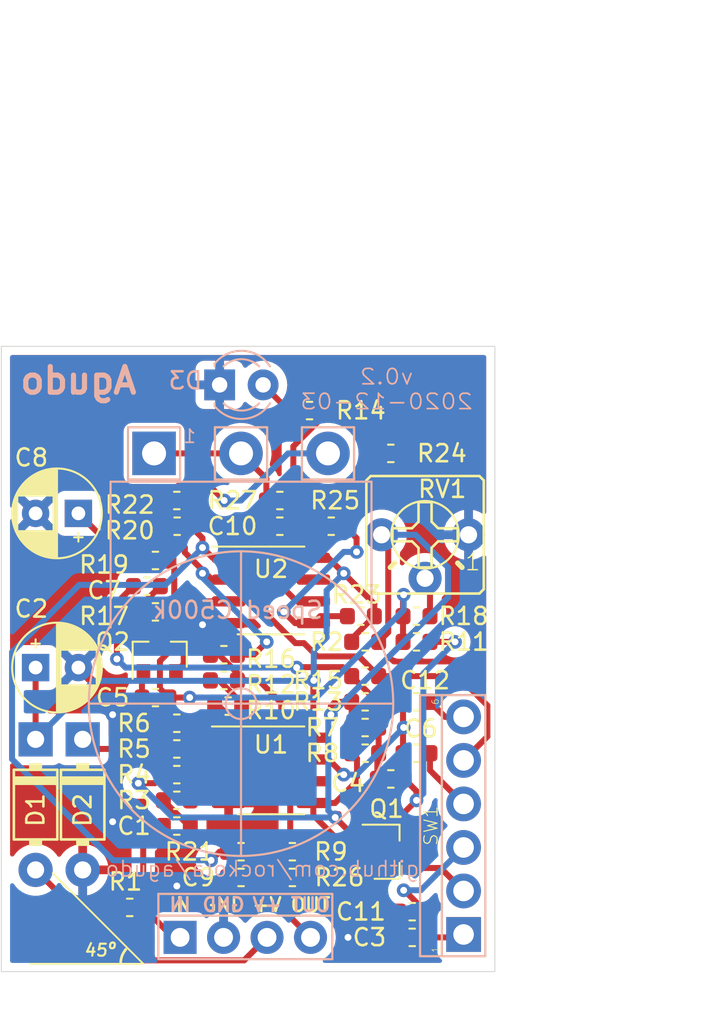
<source format=kicad_pcb>
(kicad_pcb (version 20201116) (generator pcbnew)
  (layers (0 "F.Cu" signal) (31 "B.Cu" signal) (34 "B.Paste" user) (35 "F.Paste" user) (36 "B.SilkS" user "B.Silkscreen") (37 "F.SilkS" user "F.Silkscreen") (38 "B.Mask" user) (39 "F.Mask" user) (44 "Edge.Cuts" user))
  (property "DATE" "2020-12-03")
  (property "REVISION" "v0.2")
  (property "TITLE" "Agudo")
  (property "URL" "github.com/rockola/agudo")
  (net 0 "")
  (net 1 "Net-(C1-Pad2)")
  (net 2 "IN")
  (net 3 "GND")
  (net 4 "+9V")
  (net 5 "Net-(C3-Pad2)")
  (net 6 "VCC")
  (net 7 "Net-(C4-Pad2)")
  (net 8 "Net-(C4-Pad1)")
  (net 9 "Net-(C5-Pad2)")
  (net 10 "Net-(C5-Pad1)")
  (net 11 "Net-(C6-Pad2)")
  (net 12 "U1A_OUT")
  (net 13 "Net-(C7-Pad2)")
  (net 14 "Net-(C7-Pad1)")
  (net 15 "U1B_OUT")
  (net 16 "OUT")
  (net 17 "Net-(R19-Pad2)")
  (net 18 "Net-(C10-Pad2)")
  (net 19 "Net-(C10-Pad1)")
  (net 20 "Net-(R21-Pad2)")
  (net 21 "Net-(R14-Pad2)")
  (net 22 "Net-(R3-Pad2)")
  (net 23 "Net-(R5-Pad1)")
  (net 24 "Net-(R10-Pad2)")
  (net 25 "Net-(R16-Pad2)")
  (net 26 "Net-(R18-Pad2)")
  (net 27 "Net-(R20-Pad2)")
  (net 28 "Net-(R23-Pad2)")
  (net 29 "Net-(R27-Pad2)")
  (net 30 "Net-(SW1-Pad3)")
  (net 31 "Net-(SW1-Pad6)")
  (net 32 "U1B_IN")
  (net 33 "U2A_IN")
  (footprint "Resistor_SMD:R_0603_1608Metric" (layer "F.Cu") (at 80 117.75 180)
    (fp_text reference "R13" (at 2.75 0) (layer "F.SilkS"))
    (fp_text value "10k")
    (pad "1" smd roundrect (at -0.7875 0 180) (size 0.875 0.95) (layers "F.Cu" "F.Paste" "F.Mask") (net 14 "Net-(C7-Pad1)"))
    (pad "2" smd roundrect (at 0.7875 0 180) (size 0.875 0.95) (layers "F.Cu" "F.Paste" "F.Mask") (net 10 "Net-(C5-Pad1)"))
  )
  (footprint "Resistor_SMD:R_0603_1608Metric" (layer "F.Cu") (at 83 112.75)
    (fp_text reference "R18" (at 2.75 0 180) (layer "F.SilkS"))
    (fp_text value "1M")
    (pad "1" smd roundrect (at -0.7875 0) (size 0.875 0.95) (layers "F.Cu" "F.Paste" "F.Mask") (net 9 "Net-(C5-Pad2)"))
    (pad "2" smd roundrect (at 0.7875 0) (size 0.875 0.95) (layers "F.Cu" "F.Paste" "F.Mask") (net 26 "Net-(R18-Pad2)"))
  )
  (footprint "Resistor_SMD:R_0603_1608Metric" (layer "F.Cu") (at 69 120.5 180)
    (fp_text reference "R5" (at 2.5 0 180) (layer "F.SilkS"))
    (fp_text value "20k")
    (pad "1" smd roundrect (at -0.7875 0 180) (size 0.875 0.95) (layers "F.Cu" "F.Paste" "F.Mask") (net 23 "Net-(R5-Pad1)"))
    (pad "2" smd roundrect (at 0.7875 0 180) (size 0.875 0.95) (layers "F.Cu" "F.Paste" "F.Mask") (net 10 "Net-(C5-Pad1)"))
  )
  (footprint "Resistor_SMD:R_0603_1608Metric" (layer "F.Cu") (at 69 106)
    (fp_text reference "R22" (at -2.75 0.25 180) (layer "F.SilkS"))
    (fp_text value "150k")
    (pad "1" smd roundrect (at -0.7875 0) (size 0.875 0.95) (layers "F.Cu" "F.Paste" "F.Mask") (net 17 "Net-(R19-Pad2)"))
    (pad "2" smd roundrect (at 0.7875 0) (size 0.875 0.95) (layers "F.Cu" "F.Paste" "F.Mask") (net 19 "Net-(C10-Pad1)"))
  )
  (footprint "rockola_kicad_footprints:CP_D5.0_P2.50" (layer "F.Cu") (at 60.75 115.75)
    (fp_text reference "C2" (at -0.25 -3.429 180) (layer "F.SilkS"))
    (fp_text value "10u")
    (pad "1" thru_hole rect (at 0 0) (size 1.6 1.6) (drill 0.8) (layers *.Cu *.Mask) (net 6 "VCC"))
    (pad "2" thru_hole circle (at 2.5 0) (size 1.6 1.6) (drill 0.8) (layers *.Cu *.Mask) (net 3 "GND"))
  )
  (footprint "Resistor_SMD:R_0603_1608Metric" (layer "F.Cu") (at 72.75 126.5)
    (fp_text reference "R21" (at -3 0) (layer "F.SilkS"))
    (fp_text value "10k")
    (pad "1" smd roundrect (at -0.7875 0) (size 0.875 0.95) (layers "F.Cu" "F.Paste" "F.Mask") (net 27 "Net-(R20-Pad2)"))
    (pad "2" smd roundrect (at 0.7875 0) (size 0.875 0.95) (layers "F.Cu" "F.Paste" "F.Mask") (net 20 "Net-(R21-Pad2)"))
  )
  (footprint "Capacitor_SMD:C_0603_1608Metric" (layer "F.Cu") (at 67.75 117.5)
    (fp_text reference "C5" (at -2.5 0) (layer "F.SilkS"))
    (fp_text value "47n")
    (pad "1" smd roundrect (at -0.7875 0) (size 0.875 0.95) (layers "F.Cu" "F.Paste" "F.Mask") (net 10 "Net-(C5-Pad1)"))
    (pad "2" smd roundrect (at 0.7875 0) (size 0.875 0.95) (layers "F.Cu" "F.Paste" "F.Mask") (net 9 "Net-(C5-Pad2)"))
  )
  (footprint "Capacitor_SMD:C_0603_1608Metric" (layer "F.Cu") (at 82.75 131.5)
    (fp_text reference "C3" (at -2.5 0) (layer "F.SilkS"))
    (fp_text value "47n")
    (pad "1" smd roundrect (at -0.7875 0) (size 0.875 0.95) (layers "F.Cu" "F.Paste" "F.Mask") (net 12 "U1A_OUT"))
    (pad "2" smd roundrect (at 0.7875 0) (size 0.875 0.95) (layers "F.Cu" "F.Paste" "F.Mask") (net 5 "Net-(C3-Pad2)"))
  )
  (footprint "Capacitor_SMD:C_0603_1608Metric" (layer "F.Cu") (at 83 117.75)
    (fp_text reference "C12" (at 0.5 -1.25) (layer "F.SilkS"))
    (fp_text value "100n")
    (pad "1" smd roundrect (at -0.7875 0) (size 0.875 0.95) (layers "F.Cu" "F.Paste" "F.Mask") (net 15 "U1B_OUT"))
    (pad "2" smd roundrect (at 0.7875 0) (size 0.875 0.95) (layers "F.Cu" "F.Paste" "F.Mask") (net 31 "Net-(SW1-Pad6)"))
  )
  (footprint "Resistor_SMD:R_0603_1608Metric" (layer "F.Cu") (at 80 116.25)
    (fp_text reference "R15" (at -2.75 0.25) (layer "F.SilkS"))
    (fp_text value "10k")
    (pad "1" smd roundrect (at -0.7875 0) (size 0.875 0.95) (layers "F.Cu" "F.Paste" "F.Mask") (net 14 "Net-(C7-Pad1)"))
    (pad "2" smd roundrect (at 0.7875 0) (size 0.875 0.95) (layers "F.Cu" "F.Paste" "F.Mask") (net 33 "U2A_IN"))
  )
  (footprint "Capacitor_SMD:C_0603_1608Metric" (layer "F.Cu") (at 75.01875 107.5)
    (fp_text reference "C10" (at -2.76875 0 180) (layer "F.SilkS"))
    (fp_text value "10n")
    (pad "1" smd roundrect (at -0.7875 0) (size 0.875 0.95) (layers "F.Cu" "F.Paste" "F.Mask") (net 19 "Net-(C10-Pad1)"))
    (pad "2" smd roundrect (at 0.7875 0) (size 0.875 0.95) (layers "F.Cu" "F.Paste" "F.Mask") (net 18 "Net-(C10-Pad2)"))
  )
  (footprint "Resistor_SMD:R_0603_1608Metric" (layer "F.Cu") (at 67.75 109.5 180)
    (fp_text reference "R19" (at 3 -0.25) (layer "F.SilkS"))
    (fp_text value "3M9")
    (pad "1" smd roundrect (at -0.7875 0 180) (size 0.875 0.95) (layers "F.Cu" "F.Paste" "F.Mask") (net 9 "Net-(C5-Pad2)"))
    (pad "2" smd roundrect (at 0.7875 0 180) (size 0.875 0.95) (layers "F.Cu" "F.Paste" "F.Mask") (net 17 "Net-(R19-Pad2)"))
  )
  (footprint "Resistor_SMD:R_0603_1608Metric" (layer "F.Cu") (at 75.01875 106 180)
    (fp_text reference "R27" (at 2.76875 0 180) (layer "F.SilkS"))
    (fp_text value "7k5")
    (pad "1" smd roundrect (at -0.7875 0 180) (size 0.875 0.95) (layers "F.Cu" "F.Paste" "F.Mask") (net 18 "Net-(C10-Pad2)"))
    (pad "2" smd roundrect (at 0.7875 0 180) (size 0.875 0.95) (layers "F.Cu" "F.Paste" "F.Mask") (net 29 "Net-(R27-Pad2)"))
  )
  (footprint "Capacitor_SMD:C_0603_1608Metric" (layer "F.Cu") (at 83 120.75)
    (fp_text reference "C6" (at 0.25 -1.43) (layer "F.SilkS"))
    (fp_text value "47n")
    (pad "1" smd roundrect (at -0.7875 0) (size 0.875 0.95) (layers "F.Cu" "F.Paste" "F.Mask") (net 15 "U1B_OUT"))
    (pad "2" smd roundrect (at 0.7875 0) (size 0.875 0.95) (layers "F.Cu" "F.Paste" "F.Mask") (net 11 "Net-(C6-Pad2)"))
  )
  (footprint "Resistor_SMD:R_0603_1608Metric" (layer "F.Cu") (at 69.01875 107.5)
    (fp_text reference "R20" (at -2.76875 0.25 180) (layer "F.SilkS"))
    (fp_text value "10k")
    (pad "1" smd roundrect (at -0.7875 0) (size 0.875 0.95) (layers "F.Cu" "F.Paste" "F.Mask") (net 25 "Net-(R16-Pad2)"))
    (pad "2" smd roundrect (at 0.7875 0) (size 0.875 0.95) (layers "F.Cu" "F.Paste" "F.Mask") (net 27 "Net-(R20-Pad2)"))
  )
  (footprint "Package_SO:SOIC-8_3.9x4.9mm_P1.27mm" (layer "F.Cu") (at 74.5 111.25)
    (fp_text reference "U2" (at 0 -1.25) (layer "F.SilkS"))
    (fp_text value "TL072")
    (pad "1" smd roundrect (at -2.475 -1.905) (size 1.95 0.6) (layers "F.Cu" "F.Paste" "F.Mask") (net 27 "Net-(R20-Pad2)"))
    (pad "2" smd roundrect (at -2.475 -0.635) (size 1.95 0.6) (layers "F.Cu" "F.Paste" "F.Mask") (net 25 "Net-(R16-Pad2)"))
    (pad "3" smd roundrect (at -2.475 0.635) (size 1.95 0.6) (layers "F.Cu" "F.Paste" "F.Mask") (net 33 "U2A_IN"))
    (pad "4" smd roundrect (at -2.475 1.905) (size 1.95 0.6) (layers "F.Cu" "F.Paste" "F.Mask") (net 3 "GND"))
    (pad "5" smd roundrect (at 2.475 1.905) (size 1.95 0.6) (layers "F.Cu" "F.Paste" "F.Mask") (net 28 "Net-(R23-Pad2)"))
    (pad "6" smd roundrect (at 2.475 0.635) (size 1.95 0.6) (layers "F.Cu" "F.Paste" "F.Mask") (net 19 "Net-(C10-Pad1)"))
    (pad "7" smd roundrect (at 2.475 -0.635) (size 1.95 0.6) (layers "F.Cu" "F.Paste" "F.Mask") (net 18 "Net-(C10-Pad2)"))
    (pad "8" smd roundrect (at 2.475 -1.905) (size 1.95 0.6) (layers "F.Cu" "F.Paste" "F.Mask") (net 6 "VCC"))
  )
  (footprint "Package_SO:SOIC-8_3.9x4.9mm_P1.27mm" (layer "F.Cu") (at 74.5 121.75)
    (fp_text reference "U1" (at 0 -1.5) (layer "F.SilkS"))
    (fp_text value "TL072")
    (pad "1" smd roundrect (at -2.475 -1.905) (size 1.95 0.6) (layers "F.Cu" "F.Paste" "F.Mask") (net 12 "U1A_OUT"))
    (pad "2" smd roundrect (at -2.475 -0.635) (size 1.95 0.6) (layers "F.Cu" "F.Paste" "F.Mask") (net 23 "Net-(R5-Pad1)"))
    (pad "3" smd roundrect (at -2.475 0.635) (size 1.95 0.6) (layers "F.Cu" "F.Paste" "F.Mask") (net 22 "Net-(R3-Pad2)"))
    (pad "4" smd roundrect (at -2.475 1.905) (size 1.95 0.6) (layers "F.Cu" "F.Paste" "F.Mask") (net 3 "GND"))
    (pad "5" smd roundrect (at 2.475 1.905) (size 1.95 0.6) (layers "F.Cu" "F.Paste" "F.Mask") (net 32 "U1B_IN"))
    (pad "6" smd roundrect (at 2.475 0.635) (size 1.95 0.6) (layers "F.Cu" "F.Paste" "F.Mask") (net 24 "Net-(R10-Pad2)"))
    (pad "7" smd roundrect (at 2.475 -0.635) (size 1.95 0.6) (layers "F.Cu" "F.Paste" "F.Mask") (net 15 "U1B_OUT"))
    (pad "8" smd roundrect (at 2.475 -1.905) (size 1.95 0.6) (layers "F.Cu" "F.Paste" "F.Mask") (net 6 "VCC"))
  )
  (footprint "Resistor_SMD:R_0603_1608Metric" (layer "F.Cu") (at 75.75 128)
    (fp_text reference "R26" (at 2.75 0) (layer "F.SilkS"))
    (fp_text value "150k")
    (pad "1" smd roundrect (at -0.7875 0) (size 0.875 0.95) (layers "F.Cu" "F.Paste" "F.Mask") (net 16 "OUT"))
    (pad "2" smd roundrect (at 0.7875 0) (size 0.875 0.95) (layers "F.Cu" "F.Paste" "F.Mask") (net 3 "GND"))
  )
  (footprint "Resistor_SMD:R_0603_1608Metric" (layer "F.Cu") (at 69 119)
    (fp_text reference "R6" (at -2.5 0) (layer "F.SilkS"))
    (fp_text value "10k")
    (pad "1" smd roundrect (at -0.7875 0) (size 0.875 0.95) (layers "F.Cu" "F.Paste" "F.Mask") (net 23 "Net-(R5-Pad1)"))
    (pad "2" smd roundrect (at 0.7875 0) (size 0.875 0.95) (layers "F.Cu" "F.Paste" "F.Mask") (net 12 "U1A_OUT"))
  )
  (footprint "Capacitor_SMD:C_0603_1608Metric" (layer "F.Cu") (at 67.25 111)
    (fp_text reference "C7" (at -2.5 0.25) (layer "F.SilkS"))
    (fp_text value "10n")
    (pad "1" smd roundrect (at -0.7875 0) (size 0.875 0.95) (layers "F.Cu" "F.Paste" "F.Mask") (net 14 "Net-(C7-Pad1)"))
    (pad "2" smd roundrect (at 0.7875 0) (size 0.875 0.95) (layers "F.Cu" "F.Paste" "F.Mask") (net 13 "Net-(C7-Pad2)"))
  )
  (footprint "rockola_kicad_footprints:16mm_BoardMount" (layer "F.Cu") (at 72.75 103.25 180)
    (fp_text reference "RV2" hide)
    (fp_text value "Speed C500k" (at 0.1905 -9.144) (layer "B.SilkS") (effects (justify mirror)))
    (fp_text user "1" (at 0 0) (layer "B.SilkS") (effects (font (thickness 0.1)) (justify mirror)))
    (fp_text user "1" (at 3 1) (layer "B.SilkS") (effects (font (size 0.77216 0.77216) (thickness 0.1)) (justify mirror)))
    (pad "1" thru_hole rect (at 5.08 0) (size 2.54 2.54) (drill 1.4) (layers *.Cu *.Mask) (net 29 "Net-(R27-Pad2)"))
    (pad "2" thru_hole oval (at 0 0) (size 2.54 2.54) (drill 1.4) (layers *.Cu *.Mask) (net 29 "Net-(R27-Pad2)"))
    (pad "3" thru_hole oval (at -5.08 0) (size 2.54 2.54) (drill 1.4) (layers *.Cu *.Mask) (net 17 "Net-(R19-Pad2)"))
  )
  (footprint "Capacitor_SMD:C_0603_1608Metric" (layer "F.Cu") (at 82.75 130)
    (fp_text reference "C11" (at -3 0) (layer "F.SilkS"))
    (fp_text value "10n")
    (pad "1" smd roundrect (at -0.7875 0) (size 0.875 0.95) (layers "F.Cu" "F.Paste" "F.Mask") (net 12 "U1A_OUT"))
    (pad "2" smd roundrect (at 0.7875 0) (size 0.875 0.95) (layers "F.Cu" "F.Paste" "F.Mask") (net 30 "Net-(SW1-Pad3)"))
  )
  (footprint "Resistor_SMD:R_0603_1608Metric" (layer "F.Cu") (at 72 118)
    (fp_text reference "R10" (at 2.5 0.25 180) (layer "F.SilkS"))
    (fp_text value "10k")
    (pad "1" smd roundrect (at -0.7875 0) (size 0.875 0.95) (layers "F.Cu" "F.Paste" "F.Mask") (net 12 "U1A_OUT"))
    (pad "2" smd roundrect (at 0.7875 0) (size 0.875 0.95) (layers "F.Cu" "F.Paste" "F.Mask") (net 24 "Net-(R10-Pad2)"))
  )
  (footprint "Resistor_SMD:R_0603_1608Metric" (layer "F.Cu") (at 71.75 116.5)
    (fp_text reference "R12" (at 2.75 0.25 180) (layer "F.SilkS"))
    (fp_text value "10k")
    (pad "1" smd roundrect (at -0.7875 0) (size 0.875 0.95) (layers "F.Cu" "F.Paste" "F.Mask") (net 24 "Net-(R10-Pad2)"))
    (pad "2" smd roundrect (at 0.7875 0) (size 0.875 0.95) (layers "F.Cu" "F.Paste" "F.Mask") (net 15 "U1B_OUT"))
  )
  (footprint "Resistor_SMD:R_0603_1608Metric" (layer "F.Cu") (at 75.75 126.5)
    (fp_text reference "R9" (at 2.25 0 180) (layer "F.SilkS"))
    (fp_text value "10k")
    (pad "1" smd roundrect (at -0.7875 0) (size 0.875 0.95) (layers "F.Cu" "F.Paste" "F.Mask") (net 20 "Net-(R21-Pad2)"))
    (pad "2" smd roundrect (at 0.7875 0) (size 0.875 0.95) (layers "F.Cu" "F.Paste" "F.Mask") (net 12 "U1A_OUT"))
  )
  (footprint "Resistor_SMD:R_0603_1608Metric" (layer "F.Cu") (at 69 123.5)
    (fp_text reference "R3" (at -2.5 0) (layer "F.SilkS"))
    (fp_text value "10k")
    (pad "1" smd roundrect (at -0.7875 0) (size 0.875 0.95) (layers "F.Cu" "F.Paste" "F.Mask") (net 1 "Net-(C1-Pad2)"))
    (pad "2" smd roundrect (at 0.7875 0) (size 0.875 0.95) (layers "F.Cu" "F.Paste" "F.Mask") (net 22 "Net-(R3-Pad2)"))
  )
  (footprint "Resistor_SMD:R_0603_1608Metric" (layer "F.Cu") (at 66.25 129.75 180)
    (fp_text reference "R1" (at 0.25 1.5) (layer "F.SilkS"))
    (fp_text value "1M5")
    (pad "1" smd roundrect (at -0.7875 0 180) (size 0.875 0.95) (layers "F.Cu" "F.Paste" "F.Mask") (net 2 "IN"))
    (pad "2" smd roundrect (at 0.7875 0 180) (size 0.875 0.95) (layers "F.Cu" "F.Paste" "F.Mask") (net 3 "GND"))
  )
  (footprint "Resistor_SMD:R_0603_1608Metric" (layer "F.Cu") (at 81.5 103.25)
    (fp_text reference "R24" (at 2.98125 0) (layer "F.SilkS"))
    (fp_text value "150k")
    (pad "1" smd roundrect (at -0.7875 0) (size 0.875 0.95) (layers "F.Cu" "F.Paste" "F.Mask") (net 28 "Net-(R23-Pad2)"))
    (pad "2" smd roundrect (at 0.7875 0) (size 0.875 0.95) (layers "F.Cu" "F.Paste" "F.Mask") (net 3 "GND"))
  )
  (footprint "Resistor_SMD:R_0603_1608Metric" (layer "F.Cu") (at 67.75 112.5)
    (fp_text reference "R17" (at -3 0.25) (layer "F.SilkS"))
    (fp_text value "470k")
    (pad "1" smd roundrect (at -0.7875 0) (size 0.875 0.95) (layers "F.Cu" "F.Paste" "F.Mask") (net 13 "Net-(C7-Pad2)"))
    (pad "2" smd roundrect (at 0.7875 0) (size 0.875 0.95) (layers "F.Cu" "F.Paste" "F.Mask") (net 9 "Net-(C5-Pad2)"))
  )
  (footprint "Resistor_SMD:R_0603_1608Metric" (layer "F.Cu") (at 69 122 180)
    (fp_text reference "R4" (at 2.5 0 180) (layer "F.SilkS"))
    (fp_text value "470k")
    (pad "1" smd roundrect (at -0.7875 0 180) (size 0.875 0.95) (layers "F.Cu" "F.Paste" "F.Mask") (net 22 "Net-(R3-Pad2)"))
    (pad "2" smd roundrect (at 0.7875 0 180) (size 0.875 0.95) (layers "F.Cu" "F.Paste" "F.Mask") (net 10 "Net-(C5-Pad1)"))
  )
  (footprint "rockola_kicad_footprints:SOT-23_NJFET_DSG" (layer "F.Cu") (at 68 115 90)
    (fp_text reference "Q2" (at 0.75 -2.75 180) (layer "F.SilkS"))
    (fp_text value "MMBF5457")
    (pad "D" smd rect (at -1 -0.95 90) (size 0.9 0.8) (layers "F.Cu" "F.Paste" "F.Mask") (net 10 "Net-(C5-Pad1)"))
    (pad "G" smd rect (at 1 0 90) (size 0.9 0.8) (layers "F.Cu" "F.Paste" "F.Mask") (net 13 "Net-(C7-Pad2)"))
    (pad "S" smd rect (at -1 0.95 90) (size 0.9 0.8) (layers "F.Cu" "F.Paste" "F.Mask") (net 33 "U2A_IN"))
  )
  (footprint "diodes:DO41-3" (layer "F.Cu") (at 63.5 123.75 -90)
    (fp_text reference "D2" (at 0.3175 0 90) (layer "F.SilkS"))
    (fp_text value "5V1" hide)
    (pad "1" thru_hole rect (at -3.81 0 270) (size 2 2) (drill 1) (layers *.Cu *.Mask) (net 10 "Net-(C5-Pad1)"))
    (pad "2" thru_hole oval (at 3.81 0 270) (size 2 2) (drill 1) (layers *.Cu *.Mask) (net 3 "GND"))
  )
  (footprint "Capacitor_SMD:C_0603_1608Metric" (layer "F.Cu") (at 69 125)
    (fp_text reference "C1" (at -2.5 0) (layer "F.SilkS"))
    (fp_text value "10n")
    (pad "1" smd roundrect (at -0.7875 0) (size 0.875 0.95) (layers "F.Cu" "F.Paste" "F.Mask") (net 2 "IN"))
    (pad "2" smd roundrect (at 0.7875 0) (size 0.875 0.95) (layers "F.Cu" "F.Paste" "F.Mask") (net 1 "Net-(C1-Pad2)"))
  )
  (footprint "Resistor_SMD:R_0603_1608Metric" (layer "F.Cu") (at 79.75 112.75 180)
    (fp_text reference "R23" (at 0.25 1.25) (layer "F.SilkS"))
    (fp_text value "150k")
    (pad "1" smd roundrect (at -0.7875 0 180) (size 0.875 0.95) (layers "F.Cu" "F.Paste" "F.Mask") (net 6 "VCC"))
    (pad "2" smd roundrect (at 0.7875 0 180) (size 0.875 0.95) (layers "F.Cu" "F.Paste" "F.Mask") (net 28 "Net-(R23-Pad2)"))
  )
  (footprint "Resistor_SMD:R_0603_1608Metric" (layer "F.Cu") (at 80 120.75 180)
    (fp_text reference "R8" (at 2.5 0 180) (layer "F.SilkS"))
    (fp_text value "10k")
    (pad "1" smd roundrect (at -0.7875 0 180) (size 0.875 0.95) (layers "F.Cu" "F.Paste" "F.Mask") (net 8 "Net-(C4-Pad1)"))
    (pad "2" smd roundrect (at 0.7875 0 180) (size 0.875 0.95) (layers "F.Cu" "F.Paste" "F.Mask") (net 32 "U1B_IN"))
  )
  (footprint "Resistor_SMD:R_0603_1608Metric" (layer "F.Cu") (at 83 114.25)
    (fp_text reference "R11" (at 2.75 0) (layer "F.SilkS"))
    (fp_text value "470k")
    (pad "1" smd roundrect (at -0.7875 0) (size 0.875 0.95) (layers "F.Cu" "F.Paste" "F.Mask") (net 9 "Net-(C5-Pad2)"))
    (pad "2" smd roundrect (at 0.7875 0) (size 0.875 0.95) (layers "F.Cu" "F.Paste" "F.Mask") (net 7 "Net-(C4-Pad2)"))
  )
  (footprint "Resistor_SMD:R_0603_1608Metric" (layer "F.Cu") (at 76.75 100.75 180)
    (fp_text reference "R14" (at -3 0) (layer "F.SilkS"))
    (fp_text value "6k8")
    (pad "1" smd roundrect (at -0.7875 0 180) (size 0.875 0.95) (layers "F.Cu" "F.Paste" "F.Mask") (net 18 "Net-(C10-Pad2)"))
    (pad "2" smd roundrect (at 0.7875 0 180) (size 0.875 0.95) (layers "F.Cu" "F.Paste" "F.Mask") (net 21 "Net-(R14-Pad2)"))
  )
  (footprint "Resistor_SMD:R_0603_1608Metric" (layer "F.Cu") (at 78.01875 107.5 180)
    (fp_text reference "R25" (at -0.23125 1.5) (layer "F.SilkS"))
    (fp_text value "150k")
    (pad "1" smd roundrect (at -0.7875 0 180) (size 0.875 0.95) (layers "F.Cu" "F.Paste" "F.Mask") (net 28 "Net-(R23-Pad2)"))
    (pad "2" smd roundrect (at 0.7875 0 180) (size 0.875 0.95) (layers "F.Cu" "F.Paste" "F.Mask") (net 18 "Net-(C10-Pad2)"))
  )
  (footprint "Resistor_SMD:R_0603_1608Metric" (layer "F.Cu") (at 80 114.25)
    (fp_text reference "R2" (at -2.25 0 180) (layer "F.SilkS"))
    (fp_text value "10k")
    (pad "1" smd roundrect (at -0.7875 0) (size 0.875 0.95) (layers "F.Cu" "F.Paste" "F.Mask") (net 6 "VCC"))
    (pad "2" smd roundrect (at 0.7875 0) (size 0.875 0.95) (layers "F.Cu" "F.Paste" "F.Mask") (net 10 "Net-(C5-Pad1)"))
  )
  (footprint "diodes:DO41-3" (layer "F.Cu") (at 60.75 123.75 -90)
    (fp_text reference "D1" (at 0.3175 0 -270) (layer "F.SilkS"))
    (fp_text value "1N5817" hide)
    (pad "1" thru_hole rect (at -3.81 0 270) (size 2 2) (drill 1) (layers *.Cu *.Mask) (net 6 "VCC"))
    (pad "2" thru_hole oval (at 3.81 0 270) (size 2 2) (drill 1) (layers *.Cu *.Mask) (net 4 "+9V"))
  )
  (footprint "Resistor_SMD:R_0603_1608Metric" (layer "F.Cu") (at 71.75 115)
    (fp_text reference "R16" (at 2.75 0.25) (layer "F.SilkS"))
    (fp_text value "10k")
    (pad "1" smd roundrect (at -0.7875 0) (size 0.875 0.95) (layers "F.Cu" "F.Paste" "F.Mask") (net 15 "U1B_OUT"))
    (pad "2" smd roundrect (at 0.7875 0) (size 0.875 0.95) (layers "F.Cu" "F.Paste" "F.Mask") (net 25 "Net-(R16-Pad2)"))
  )
  (footprint "Resistor_SMD:R_0603_1608Metric" (layer "F.Cu") (at 80 119.25 180)
    (fp_text reference "R7" (at 2.5 0 180) (layer "F.SilkS"))
    (fp_text value "10k")
    (pad "1" smd roundrect (at -0.7875 0 180) (size 0.875 0.95) (layers "F.Cu" "F.Paste" "F.Mask") (net 8 "Net-(C4-Pad1)"))
    (pad "2" smd roundrect (at 0.7875 0 180) (size 0.875 0.95) (layers "F.Cu" "F.Paste" "F.Mask") (net 10 "Net-(C5-Pad1)"))
  )
  (footprint "switches:DPDT.WIRE" (layer "F.Cu") (at 85.75 124.98 90)
    (fp_text reference "SW1" (at 0 -1.905 90) (layer "F.SilkS") (effects (font (size 0.77216 0.77216) (thickness 0.065024))))
    (fp_text value "Vibe" hide)
    (fp_text user "1" (at -7.239 -1.651 90) (layer "F.SilkS") (effects (font (size 0.38608 0.38608) (thickness 0.032512))))
    (fp_text user "6" (at 7.239 -1.651 90) (layer "F.SilkS") (effects (font (size 0.38608 0.38608) (thickness 0.032512))))
    (pad "1" thru_hole rect (at -6.35 0 90) (size 2.032 2.032) (drill 1.2) (layers *.Cu *.Mask) (net 5 "Net-(C3-Pad2)"))
    (pad "2" thru_hole oval (at -3.81 0 90) (size 2.032 2.032) (drill 1.2) (layers *.Cu *.Mask) (net 32 "U1B_IN"))
    (pad "3" thru_hole oval (at -1.27 0 90) (size 2.032 2.032) (drill 1.2) (layers *.Cu *.Mask) (net 30 "Net-(SW1-Pad3)"))
    (pad "4" thru_hole oval (at 1.27 0 90) (size 2.032 2.032) (drill 1.2) (layers *.Cu *.Mask) (net 11 "Net-(C6-Pad2)"))
    (pad "5" thru_hole oval (at 3.81 0 90) (size 2.032 2.032) (drill 1.2) (layers *.Cu *.Mask) (net 33 "U2A_IN"))
    (pad "6" thru_hole oval (at 6.35 0 90) (size 2.032 2.032) (drill 1.2) (layers *.Cu *.Mask) (net 31 "Net-(SW1-Pad6)"))
  )
  (footprint "rockola_kicad_footprints:SOT-23_NJFET_DSG" (layer "F.Cu") (at 81.25 126.5)
    (fp_text reference "Q1" (at 0 -2.5) (layer "F.SilkS"))
    (fp_text value "MMBF5457")
    (pad "D" smd rect (at -1 -0.95) (size 0.9 0.8) (layers "F.Cu" "F.Paste" "F.Mask") (net 10 "Net-(C5-Pad1)"))
    (pad "G" smd rect (at 1 0) (size 0.9 0.8) (layers "F.Cu" "F.Paste" "F.Mask") (net 7 "Net-(C4-Pad2)"))
    (pad "S" smd rect (at -1 0.95) (size 0.9 0.8) (layers "F.Cu" "F.Paste" "F.Mask") (net 32 "U1B_IN"))
  )
  (footprint "rockola_kicad_footprints:Stomp_4pin_Power_No_LED" (layer "F.Cu") (at 73 131.5)
    (fp_text reference "J1" hide)
    (fp_text value "Stomp_Connector" hide)
    (fp_text user "OUT" (at 3.81 -1.905 unlocked) (layer "B.SilkS") (effects (font (size 0.8 0.8)) (justify mirror)))
    (fp_text user "+V" (at 1.27 -1.905 unlocked) (layer "B.SilkS") (effects (font (size 0.8 0.8)) (justify mirror)))
    (fp_text user "GND" (at -1.27 -1.905 unlocked) (layer "B.SilkS") (effects (font (size 0.8 0.8)) (justify mirror)))
    (fp_text user "IN" (at -3.81 -1.905 unlocked) (layer "B.SilkS") (effects (font (size 0.8 0.8)) (justify mirror)))
    (fp_text user "GND" (at -1.27 -1.905 unlocked) (layer "F.SilkS") (effects (font (size 0.8 0.8))))
    (fp_text user "OUT" (at 3.81 -1.905 unlocked) (layer "F.SilkS") (effects (font (size 0.8 0.8))))
    (fp_text user "IN" (at -3.81 -1.905 unlocked) (layer "F.SilkS") (effects (font (size 0.8 0.8))))
    (fp_text user "+V" (at 1.27 -1.905 unlocked) (layer "F.SilkS") (effects (font (size 0.8 0.8))))
    (pad "1" thru_hole rect (at -3.81 0) (size 1.9304 1.9304) (drill 1.1) (layers *.Cu *.Mask) (net 2 "IN"))
    (pad "2" thru_hole oval (at -1.27 0) (size 1.9304 1.9304) (drill 1.1) (layers *.Cu *.Mask) (net 3 "GND"))
    (pad "3" thru_hole oval (at 1.27 0) (size 1.9304 1.9304) (drill 1.1) (layers *.Cu *.Mask) (net 4 "+9V"))
    (pad "4" thru_hole oval (at 3.81 0) (size 1.9304 1.9304) (drill 1.1) (layers *.Cu *.Mask) (net 16 "OUT"))
  )
  (footprint "Capacitor_SMD:C_0603_1608Metric" (layer "F.Cu") (at 81.5 122.25)
    (fp_text reference "C4" (at -2.5 0.25 180) (layer "F.SilkS"))
    (fp_text value "10n")
    (pad "1" smd roundrect (at -0.7875 0) (size 0.875 0.95) (layers "F.Cu" "F.Paste" "F.Mask") (net 8 "Net-(C4-Pad1)"))
    (pad "2" smd roundrect (at 0.7875 0) (size 0.875 0.95) (layers "F.Cu" "F.Paste" "F.Mask") (net 7 "Net-(C4-Pad2)"))
  )
  (footprint "Capacitor_SMD:C_0603_1608Metric" (layer "F.Cu") (at 72.75 128)
    (fp_text reference "C9" (at -2.5 0) (layer "F.SilkS"))
    (fp_text value "47n")
    (pad "1" smd roundrect (at -0.7875 0) (size 0.875 0.95) (layers "F.Cu" "F.Paste" "F.Mask") (net 20 "Net-(R21-Pad2)"))
    (pad "2" smd roundrect (at 0.7875 0) (size 0.875 0.95) (layers "F.Cu" "F.Paste" "F.Mask") (net 16 "OUT"))
  )
  (footprint "rockola_kicad_footprints:CP_D5.0_P2.50" (layer "F.Cu") (at 63.25 106.75 180)
    (fp_text reference "C8" (at 2.75 3.25) (layer "F.SilkS"))
    (fp_text value "10u")
    (pad "1" thru_hole rect (at 0 0 180) (size 1.6 1.6) (drill 0.8) (layers *.Cu *.Mask) (net 17 "Net-(R19-Pad2)"))
    (pad "2" thru_hole circle (at 2.5 0 180) (size 1.6 1.6) (drill 0.8) (layers *.Cu *.Mask) (net 3 "GND"))
  )
  (footprint "potentiometers:TRIM1" (layer "F.Cu") (at 83.5 108 180)
    (fp_text reference "RV1" (at -1 2.667) (layer "F.SilkS"))
    (fp_text value "Bias 250k" hide)
    (fp_text user "1" (at -3.302 -2.159) (layer "F.SilkS") (effects (font (size 0.9652 0.9652) (thickness 0.08128)) (justify right bottom)))
    (pad "1" thru_hole oval (at -2.54 0 180) (size 1.9304 1.9304) (drill 1) (layers *.Cu *.Mask) (net 3 "GND"))
    (pad "2" thru_hole oval (at 0 -2.54 180) (size 1.9304 1.9304) (drill 1) (layers *.Cu *.Mask) (net 26 "Net-(R18-Pad2)"))
    (pad "3" thru_hole oval (at 2.54 0 180) (size 1.9304 1.9304) (drill 1) (layers *.Cu *.Mask) (net 10 "Net-(C5-Pad1)"))
  )
  (footprint "LED_THT:LED_D3.0mm" (layer "B.Cu") (at 71.5 99.25)
    (fp_text reference "D3" (at -2 -0.25) (layer "B.SilkS") (effects (justify mirror)))
    (fp_text value "LED")
    (pad "1" thru_hole rect (at 0 0) (size 1.8 1.8) (drill 0.9) (layers *.Cu *.Mask) (net 3 "GND"))
    (pad "2" thru_hole circle (at 2.54 0) (size 1.8 1.8) (drill 0.9) (layers *.Cu *.Mask) (net 21 "Net-(R14-Pad2)"))
  )
  (gr_line (start 67.041666 133.041666) (end 61.75 127.75) (layer "F.SilkS") (width 0.105833))
  (gr_poly (pts (xy 66.008138 132.153828) (xy 66.068082 132.205504) (xy 66.03082 132.250616) (xy 65.996016 132.296344) (xy 65.963653 132.342728) (xy 65.933718 132.389806) (xy 65.906196 132.437619) (xy 65.881071 132.486205) (xy 65.85833 132.535604) (xy 65.837956 132.585854) (xy 65.819936 132.636996) (xy 65.804254 132.689067) (xy 65.790895 132.742109) (xy 65.779845 132.796159) (xy 65.77109 132.851257) (xy 65.764613 132.907443) (xy 65.7604 132.964755) (xy 65.758437 133.023232) (xy 65.679062 133.022405) (xy 65.681165 132.960794) (xy 65.685702 132.900238) (xy 65.69268 132.840721) (xy 65.702104 132.782225) (xy 65.713981 132.724734) (xy 65.728316 132.668231) (xy 65.745114 132.612698) (xy 65.764382 132.55812) (xy 65.786126 132.50448) (xy 65.810351 132.45176) (xy 65.837063 132.399943) (xy 65.866269 132.349014) (xy 65.897973 132.298954) (xy 65.932182 132.249748) (xy 65.968902 132.201378) (xy 66.008138 132.153828)) (layer "F.SilkS") (width 0.079374) (fill solid))
  (gr_line (start 60.427083 133.041666) (end 67.041666 133.041666) (layer "F.SilkS") (width 0.105833))
  (gr_rect (start 58.75 97) (end 87.579 133.5) (layer "Edge.Cuts") (width 0.05) (fill none))
  (gr_text "${URL}" (at 74 127.5) (layer "B.SilkS") (effects (font (size 0.9 0.9) (thickness 0.1)) (justify mirror)))
  (gr_text "${TITLE}" (at 63.25 99) (layer "B.SilkS") (effects (font (size 1.5 1.5) (thickness 0.3)) (justify mirror)))
  (gr_text "${REVISION}\n${DATE}" (at 81.25 99.5) (layer "B.SilkS") (effects (font (size 0.9 1) (thickness 0.1)) (justify mirror)))
  (gr_text "45º" (at 64.5 132.25) (layer "F.SilkS") (effects (font (size 0.7 0.7) (thickness 0.127) italic)))
  (segment (start 69.7125 125) (end 68.2125 123.5) (width 0.35) (layer "F.Cu") (net 1))
  (segment (start 69.7875 125) (end 69.7125 125) (width 0.35) (layer "F.Cu") (net 1))
  (segment (start 69.19 131.5) (end 68.7875 131.5) (width 0.35) (layer "F.Cu") (net 2))
  (segment (start 67.0375 126.175) (end 68.2125 125) (width 0.35) (layer "F.Cu") (net 2))
  (segment (start 67.0375 129.75) (end 67.0375 126.175) (width 0.35) (layer "F.Cu") (net 2))
  (segment (start 68.7875 131.5) (end 67.0375 129.75) (width 0.35) (layer "F.Cu") (net 2))
  (via (at 65.25 118.5) (size 0.8) (drill 0.4) (layers "F.Cu" "B.Cu") (net 3))
  (via (at 79 131.5) (size 0.8) (drill 0.4) (layers "F.Cu" "B.Cu") (net 3))
  (via (at 65.25 124.75) (size 0.8) (drill 0.4) (layers "F.Cu" "B.Cu") (net 3))
  (via (at 69 128.5) (size 0.8) (drill 0.4) (layers "F.Cu" "B.Cu") (net 3))
  (via (at 70.5 113.25) (size 0.8) (drill 0.4) (layers "F.Cu" "B.Cu") (net 3))
  (segment (start 66.030201 132.840201) (end 60.75 127.56) (width 0.35) (layer "F.Cu") (net 4))
  (segment (start 74.27 131.5) (end 72.929799 132.840201) (width 0.35) (layer "F.Cu") (net 4))
  (segment (start 72.929799 132.840201) (end 66.030201 132.840201) (width 0.35) (layer "F.Cu") (net 4))
  (segment (start 83.5375 131.5) (end 85.58 131.5) (width 0.35) (layer "F.Cu") (net 5))
  (segment (start 85.58 131.5) (end 85.75 131.33) (width 0.35) (layer "F.Cu") (net 5))
  (segment (start 80.5375 112.75) (end 80.5375 112.0375) (width 0.35) (layer "F.Cu") (net 6))
  (segment (start 76.975 116.525) (end 77 116.5) (width 0.35) (layer "F.Cu") (net 6))
  (segment (start 79.2125 114.25) (end 79.2125 114.075) (width 0.35) (layer "F.Cu") (net 6))
  (segment (start 80.5375 112.0375) (end 79.625 111.125) (width 0.35) (layer "F.Cu") (net 6))
  (segment (start 78.75 110.25) (end 77.845 109.345) (width 0.35) (layer "F.Cu") (net 6))
  (segment (start 76.975 119.845) (end 76.975 116.525) (width 0.35) (layer "F.Cu") (net 6))
  (segment (start 79.625 111.125) (end 78.75 110.25) (width 0.35) (layer "F.Cu") (net 6))
  (segment (start 60.75 119.94) (end 60.75 115.75) (width 0.35) (layer "F.Cu") (net 6))
  (segment (start 79.2125 114.075) (end 80.5375 112.75) (width 0.35) (layer "F.Cu") (net 6))
  (segment (start 77.845 109.345) (end 76.975 109.345) (width 0.35) (layer "F.Cu") (net 6))
  (via (at 77 116.5) (size 0.8) (drill 0.4) (layers "F.Cu" "B.Cu") (net 6))
  (via (at 78.75 110.25) (size 0.8) (drill 0.4) (layers "F.Cu" "B.Cu") (net 6))
  (segment (start 77 116.5) (end 77 114.75) (width 0.35) (layer "B.Cu") (net 6))
  (segment (start 60.75 119.94) (end 64.164999 116.525001) (width 0.35) (layer "B.Cu") (net 6))
  (segment (start 64.164999 116.525001) (end 76.974999 116.525001) (width 0.35) (layer "B.Cu") (net 6))
  (segment (start 76.974999 116.525001) (end 77 116.5) (width 0.35) (layer "B.Cu") (net 6))
  (segment (start 77 114.75) (end 77.75 114) (width 0.35) (layer "B.Cu") (net 6))
  (segment (start 77.75 111.25) (end 78.75 110.25) (width 0.35) (layer "B.Cu") (net 6))
  (segment (start 77.75 114) (end 77.75 111.25) (width 0.35) (layer "B.Cu") (net 6))
  (segment (start 82.25 124.25) (end 83 123.5) (width 0.35) (layer "F.Cu") (net 7))
  (segment (start 82.25 126.5) (end 82.25 124.25) (width 0.35) (layer "F.Cu") (net 7))
  (segment (start 83 122.9625) (end 82.2875 122.25) (width 0.35) (layer "F.Cu") (net 7))
  (segment (start 83.7875 114.25) (end 85.25 114.25) (width 0.35) (layer "F.Cu") (net 7))
  (segment (start 83 123.5) (end 83 122.9625) (width 0.35) (layer "F.Cu") (net 7))
  (via (at 85.25 114.25) (size 0.8) (drill 0.4) (layers "F.Cu" "B.Cu") (net 7))
  (via (at 83 123.5) (size 0.8) (drill 0.4) (layers "F.Cu" "B.Cu") (net 7))
  (segment (start 83.399999 123.100001) (end 83.399999 116.100001) (width 0.35) (layer "B.Cu") (net 7))
  (segment (start 83 123.5) (end 83.399999 123.100001) (width 0.35) (layer "B.Cu") (net 7))
  (segment (start 83.399999 116.100001) (end 85.25 114.25) (width 0.35) (layer "B.Cu") (net 7))
  (segment (start 80.7125 122.25) (end 80.7125 120.825) (width 0.35) (layer "F.Cu") (net 8))
  (segment (start 80.7875 120.75) (end 80.7875 119.25) (width 0.35) (layer "F.Cu") (net 8))
  (segment (start 80.7125 120.825) (end 80.7875 120.75) (width 0.35) (layer "F.Cu") (net 8))
  (segment (start 68.01251 116.97501) (end 68.01251 115.73749) (width 0.35) (layer "F.Cu") (net 9))
  (segment (start 68.85001 112.18749) (end 68.85001 109.81251) (width 0.35) (layer "F.Cu") (net 9))
  (segment (start 82.2125 112.75) (end 82.2125 114.25) (width 0.35) (layer "F.Cu") (net 9))
  (segment (start 82.2125 112.75) (end 82.2125 111.5375) (width 0.35) (layer "F.Cu") (net 9))
  (segment (start 68.5375 112.5) (end 68.85001 112.18749) (width 0.35) (layer "F.Cu") (net 9))
  (segment (start 68.01251 115.73749) (end 68.01251 115.367836) (width 0.35) (layer "F.Cu") (net 9))
  (segment (start 68.5375 117.5) (end 68.01251 116.97501) (width 0.35) (layer "F.Cu") (net 9))
  (segment (start 68.5375 117.5) (end 69.75 117.5) (width 0.35) (layer "F.Cu") (net 9))
  (segment (start 68.77501 114.605336) (end 68.77501 112.73751) (width 0.35) (layer "F.Cu") (net 9))
  (segment (start 82.2125 111.5375) (end 82.25 111.5) (width 0.35) (layer "F.Cu") (net 9))
  (segment (start 68.85001 109.81251) (end 68.5375 109.5) (width 0.35) (layer "F.Cu") (net 9))
  (segment (start 68.01251 115.367836) (end 68.77501 114.605336) (width 0.35) (layer "F.Cu") (net 9))
  (segment (start 68.77501 112.73751) (end 68.5375 112.5) (width 0.35) (layer "F.Cu") (net 9))
  (via (at 82.25 111.5) (size 0.8) (drill 0.4) (layers "F.Cu" "B.Cu") (net 9))
  (via (at 69.75 117.5) (size 0.8) (drill 0.4) (layers "F.Cu" "B.Cu") (net 9))
  (segment (start 82.25 111.5) (end 82.25 112.397002) (width 0.35) (layer "B.Cu") (net 9))
  (segment (start 71.5 117.5) (end 71 117.5) (width 0.35) (layer "B.Cu") (net 9))
  (segment (start 69.75 117.5) (end 70.5 117.5) (width 0.35) (layer "B.Cu") (net 9))
  (segment (start 82.25 112.397002) (end 77.147002 117.5) (width 0.35) (layer "B.Cu") (net 9))
  (segment (start 70.25 117.5) (end 70.5 117.5) (width 0.35) (layer "B.Cu") (net 9))
  (segment (start 70.5 117.5) (end 71.5 117.5) (width 0.35) (layer "B.Cu") (net 9))
  (segment (start 77.147002 117.5) (end 71.5 117.5) (width 0.35) (layer "B.Cu") (net 9))
  (segment (start 78.45 124.3) (end 78.25 124.5) (width 0.35) (layer "F.Cu") (net 10))
  (segment (start 79.2125 119.25) (end 79.2125 117.75) (width 0.35) (layer "F.Cu") (net 10))
  (segment (start 78 118.5) (end 78 118) (width 0.35) (layer "F.Cu") (net 10))
  (segment (start 81.35001 113.68749) (end 81.35001 108.39001) (width 0.35) (layer "F.Cu") (net 10))
  (segment (start 78.25 117.75) (end 79.2125 117.75) (width 0.35) (layer "F.Cu") (net 10))
  (segment (start 67.7125 122.5) (end 68.2125 122) (width 0.35) (layer "F.Cu") (net 10))
  (segment (start 68.2125 122) (end 68.2125 120.5) (width 0.35) (layer "F.Cu") (net 10))
  (segment (start 80.7875 114.25) (end 81.35001 113.68749) (width 0.35) (layer "F.Cu") (net 10))
  (segment (start 68.2125 120.5) (end 66.9625 119.25) (width 0.35) (layer "F.Cu") (net 10))
  (segment (start 78 118) (end 78.25 117.75) (width 0.35) (layer "F.Cu") (net 10))
  (segment (start 66.75 122.5) (end 67.7125 122.5) (width 0.35) (layer "F.Cu") (net 10))
  (segment (start 64.06 120.5) (end 63.5 119.94) (width 0.35) (layer "F.Cu") (net 10))
  (segment (start 81.35001 108.39001) (end 80.96 108) (width 0.35) (layer "F.Cu") (net 10))
  (segment (start 80.25 125.55) (end 79.3 125.55) (width 0.35) (layer "F.Cu") (net 10))
  (segment (start 66.9625 117.5) (end 66.9625 116.0875) (width 0.35) (layer "F.Cu") (net 10))
  (segment (start 66.9625 116.0875) (end 67.05 116) (width 0.35) (layer "F.Cu") (net 10))
  (segment (start 68.2125 120.5) (end 64.06 120.5) (width 0.35) (layer "F.Cu") (net 10))
  (segment (start 79.3 125.55) (end 78.25 124.5) (width 0.35) (layer "F.Cu") (net 10))
  (segment (start 66.9625 119.25) (end 66.9625 117.5) (width 0.35) (layer "F.Cu") (net 10))
  (via (at 78 118.5) (size 0.8) (drill 0.4) (layers "F.Cu" "B.Cu") (net 10))
  (via (at 66.75 122.5) (size 0.8) (drill 0.4) (layers "F.Cu" "B.Cu") (net 10))
  (via (at 78.25 124.5) (size 0.8) (drill 0.4) (layers "F.Cu" "B.Cu") (net 10))
  (segment (start 68.75 124.5) (end 66.75 122.5) (width 0.35) (layer "B.Cu") (net 10))
  (segment (start 84.840201 109.896703) (end 82.943498 108) (width 0.35) (layer "B.Cu") (net 10))
  (segment (start 77.850001 124.100001) (end 77.850001 118.649999) (width 0.35) (layer "B.Cu") (net 10))
  (segment (start 84.840201 111.659799) (end 84.840201 109.896703) (width 0.35) (layer "B.Cu") (net 10))
  (segment (start 82.943498 108) (end 80.96 108) (width 0.35) (layer "B.Cu") (net 10))
  (segment (start 78 118.5) (end 84.840201 111.659799) (width 0.35) (layer "B.Cu") (net 10))
  (segment (start 78.25 124.5) (end 68.75 124.5) (width 0.35) (layer "B.Cu") (net 10))
  (segment (start 78.25 124.5) (end 77.850001 124.100001) (width 0.35) (layer "B.Cu") (net 10))
  (segment (start 77.850001 118.649999) (end 78 118.5) (width 0.35) (layer "B.Cu") (net 10))
  (segment (start 85.75 123.71) (end 83.7875 121.7475) (width 0.35) (layer "F.Cu") (net 11))
  (segment (start 83.7875 121.7475) (end 83.7875 120.75) (width 0.35) (layer "F.Cu") (net 11))
  (segment (start 72.025 119.845) (end 72.025 118.5625) (width 0.35) (layer "F.Cu") (net 12))
  (segment (start 76.5375 126.5) (end 75.62499 125.58749) (width 0.35) (layer "F.Cu") (net 12))
  (segment (start 75.62499 122.997512) (end 72.472478 119.845) (width 0.35) (layer "F.Cu") (net 12))
  (segment (start 75.62499 125.58749) (end 75.62499 122.997512) (width 0.35) (layer "F.Cu") (net 12))
  (segment (start 81.9625 131.5) (end 81.9625 130) (width 0.35) (layer "F.Cu") (net 12))
  (segment (start 72.025 118.5625) (end 71.4625 118) (width 0.35) (layer "F.Cu") (net 12))
  (segment (start 80.0375 130) (end 76.5375 126.5) (width 0.35) (layer "F.Cu") (net 12))
  (segment (start 70.6325 119.845) (end 69.7875 119) (width 0.35) (layer "F.Cu") (net 12))
  (segment (start 81.9625 130) (end 80.0375 130) (width 0.35) (layer "F.Cu") (net 12))
  (segment (start 72.025 119.845) (end 70.6325 119.845) (width 0.35) (layer "F.Cu") (net 12))
  (segment (start 72.472478 119.845) (end 72.025 119.845) (width 0.35) (layer "F.Cu") (net 12))
  (segment (start 66.9625 112.075) (end 68.0375 111) (width 0.35) (layer "F.Cu") (net 13))
  (segment (start 68 113.5375) (end 66.9625 112.5) (width 0.35) (layer "F.Cu") (net 13))
  (segment (start 66.9625 112.5) (end 67.0375 112.5) (width 0.35) (layer "F.Cu") (net 13))
  (segment (start 68 114) (end 68 113.5375) (width 0.35) (layer "F.Cu") (net 13))
  (segment (start 66.9625 112.5) (end 66.9625 112.075) (width 0.35) (layer "F.Cu") (net 13))
  (segment (start 76.224999 115.724999) (end 75.974999 115.724999) (width 0.35) (layer "F.Cu") (net 14))
  (segment (start 79.2125 116.25) (end 78.687499 115.724999) (width 0.35) (layer "F.Cu") (net 14))
  (segment (start 78.687499 115.724999) (end 76.224999 115.724999) (width 0.35) (layer "F.Cu") (net 14))
  (segment (start 65.5 111.9625) (end 66.4625 111) (width 0.35) (layer "F.Cu") (net 14))
  (segment (start 80.7125 117.75) (end 79.2125 116.25) (width 0.35) (layer "F.Cu") (net 14))
  (segment (start 80.7875 117.75) (end 80.7125 117.75) (width 0.35) (layer "F.Cu") (net 14))
  (segment (start 65.5 115.25) (end 65.5 111.9625) (width 0.35) (layer "F.Cu") (net 14))
  (via (at 76 115.75) (size 0.8) (drill 0.4) (layers "F.Cu" "B.Cu") (net 14))
  (via (at 65.5 115.25) (size 0.8) (drill 0.4) (layers "F.Cu" "B.Cu") (net 14))
  (segment (start 75.25 115.75) (end 66 115.75) (width 0.35) (layer "B.Cu") (net 14))
  (segment (start 66 115.75) (end 65.75 115.5) (width 0.35) (layer "B.Cu") (net 14))
  (segment (start 75.25 115.75) (end 76 115.75) (width 0.35) (layer "B.Cu") (net 14))
  (segment (start 65.75 115.5) (end 65.5 115.25) (width 0.35) (layer "B.Cu") (net 14))
  (segment (start 73.0375 116.5) (end 73.7875 116.5) (width 0.35) (layer "F.Cu") (net 15))
  (segment (start 82.2125 120.75) (end 82.2125 117.75) (width 0.35) (layer "F.Cu") (net 15))
  (segment (start 76.975 121.115) (end 77.865 121.115) (width 0.35) (layer "F.Cu") (net 15))
  (segment (start 75.10001 120.21501) (end 75.10001 118.89999) (width 0.35) (layer "F.Cu") (net 15))
  (segment (start 74.51875 117.23125) (end 75.10001 117.81251) (width 0.35) (layer "F.Cu") (net 15))
  (segment (start 73.7875 116.5) (end 74.51875 117.23125) (width 0.35) (layer "F.Cu") (net 15))
  (segment (start 75.10001 117.81251) (end 75.10001 118.89999) (width 0.35) (layer "F.Cu") (net 15))
  (segment (start 77.865 121.115) (end 78.75 122) (width 0.35) (layer "F.Cu") (net 15))
  (segment (start 73.0375 116.5) (end 72.9625 116.5) (width 0.35) (layer "F.Cu") (net 15))
  (segment (start 76 121.115) (end 75.10001 120.21501) (width 0.35) (layer "F.Cu") (net 15))
  (segment (start 72.9625 116.5) (end 71.4625 115) (width 0.35) (layer "F.Cu") (net 15))
  (segment (start 76.975 121.115) (end 76 121.115) (width 0.35) (layer "F.Cu") (net 15))
  (via (at 82.25 119.25) (size 0.8) (drill 0.4) (layers "F.Cu" "B.Cu") (net 15))
  (via (at 78.75 122) (size 0.8) (drill 0.4) (layers "F.Cu" "B.Cu") (net 15))
  (segment (start 78.75 122) (end 79.5 122) (width 0.35) (layer "B.Cu") (net 15))
  (segment (start 79.5 122) (end 82.25 119.25) (width 0.35) (layer "B.Cu") (net 15))
  (segment (start 74.9625 129.6525) (end 74.9625 128) (width 0.35) (layer "F.Cu") (net 16))
  (segment (start 76.81 131.5) (end 74.9625 129.6525) (width 0.35) (layer "F.Cu") (net 16))
  (segment (start 73.5375 128) (end 74.9625 128) (width 0.35) (layer "F.Cu") (net 16))
  (segment (start 66.9625 107.25) (end 68.2125 106) (width 0.35) (layer "F.Cu") (net 17))
  (segment (start 66.9625 108.4625) (end 66.9625 107.454044) (width 0.35) (layer "F.Cu") (net 17))
  (segment (start 66.9625 109.5) (end 66.9625 107.25) (width 0.35) (layer "F.Cu") (net 17))
  (segment (start 69.06251 105.14999) (end 70.91874 105.14999) (width 0.35) (layer "F.Cu") (net 17))
  (segment (start 68.2125 106) (end 69.06251 105.14999) (width 0.35) (layer "F.Cu") (net 17))
  (segment (start 70.91874 105.14999) (end 71.76875 106) (width 0.35) (layer "F.Cu") (net 17))
  (segment (start 66.9625 108.4625) (end 66.9625 107.98746) (width 0.35) (layer "F.Cu") (net 17))
  (segment (start 66 109.5) (end 63.25 106.75) (width 0.35) (layer "F.Cu") (net 17))
  (segment (start 66.9625 109.5) (end 66.9625 108.4625) (width 0.35) (layer "F.Cu") (net 17))
  (segment (start 66.9625 109.5) (end 66 109.5) (width 0.35) (layer "F.Cu") (net 17))
  (via (at 71.76875 106) (size 0.8) (drill 0.4) (layers "F.Cu" "B.Cu") (net 17))
  (segment (start 77.83 103.25) (end 75.5 103.25) (width 0.35) (layer "B.Cu") (net 17))
  (segment (start 75.5 103.25) (end 73.25 105.5) (width 0.35) (layer "B.Cu") (net 17))
  (segment (start 72.75 106) (end 73.25 105.5) (width 0.35) (layer "B.Cu") (net 17))
  (segment (start 71.76875 106) (end 72.75 106) (width 0.35) (layer "B.Cu") (net 17))
  (segment (start 76.975 110.615) (end 76 110.615) (width 0.35) (layer "F.Cu") (net 18))
  (segment (start 75.80625 102.839148) (end 77.5375 101.107898) (width 0.35) (layer "F.Cu") (net 18))
  (segment (start 75.62499 107.68126) (end 75.80625 107.5) (width 0.35) (layer "F.Cu") (net 18))
  (segment (start 75.80625 106) (end 75.80625 105.525) (width 0.35) (layer "F.Cu") (net 18))
  (segment (start 76 110.615) (end 75.62499 110.23999) (width 0.35) (layer "F.Cu") (net 18))
  (segment (start 75.62499 110.23999) (end 75.62499 107.68126) (width 0.35) (layer "F.Cu") (net 18))
  (segment (start 77.5375 101.107898) (end 77.5375 100.75) (width 0.35) (layer "F.Cu") (net 18))
  (segment (start 75.80625 106) (end 75.80625 102.839148) (width 0.35) (layer "F.Cu") (net 18))
  (segment (start 75.80625 107.5) (end 75.80625 106) (width 0.35) (layer "F.Cu") (net 18))
  (segment (start 75.80625 107.5) (end 77.23125 107.5) (width 0.35) (layer "F.Cu") (net 18))
  (segment (start 71.2875 107.5) (end 73.5 107.5) (width 0.35) (layer "F.Cu") (net 19))
  (segment (start 76 111.885) (end 74.23125 110.11625) (width 0.35) (layer "F.Cu") (net 19))
  (segment (start 74.23125 107.5) (end 74.09373 107.63752) (width 0.35) (layer "F.Cu") (net 19))
  (segment (start 74.23125 107.5) (end 73.5 107.5) (width 0.35) (layer "F.Cu") (net 19))
  (segment (start 74.23125 110.11625) (end 74.23125 107.5) (width 0.35) (layer "F.Cu") (net 19))
  (segment (start 76.975 111.885) (end 76 111.885) (width 0.35) (layer "F.Cu") (net 19))
  (segment (start 69.7875 106) (end 71.2875 107.5) (width 0.35) (layer "F.Cu") (net 19))
  (segment (start 73.5 107.5) (end 72.80625 107.5) (width 0.35) (layer "F.Cu") (net 19))
  (segment (start 71.9625 128) (end 72.0375 128) (width 0.35) (layer "F.Cu") (net 20))
  (segment (start 72.0375 128) (end 73.5375 126.5) (width 0.35) (layer "F.Cu") (net 20))
  (segment (start 74.0375 126.25) (end 75.4625 126.25) (width 0.35) (layer "F.Cu") (net 20))
  (segment (start 75.9625 100.75) (end 75.54 100.75) (width 0.35) (layer "F.Cu") (net 21))
  (segment (start 75.54 100.75) (end 74.04 99.25) (width 0.35) (layer "F.Cu") (net 21))
  (segment (start 69.7875 122) (end 71.64 122) (width 0.35) (layer "F.Cu") (net 22))
  (segment (start 69.7875 123.5) (end 69.7875 122) (width 0.35) (layer "F.Cu") (net 22))
  (segment (start 71.64 122) (end 72.025 122.385) (width 0.35) (layer "F.Cu") (net 22))
  (segment (start 70.4025 121.115) (end 72.025 121.115) (width 0.35) (layer "F.Cu") (net 23))
  (segment (start 69.7875 120.5) (end 70.4025 121.115) (width 0.35) (layer "F.Cu") (net 23))
  (segment (start 69.7875 120.5) (end 69.7125 120.5) (width 0.35) (layer "F.Cu") (net 23))
  (segment (start 69.7125 120.5) (end 68.2125 119) (width 0.35) (layer "F.Cu") (net 23))
  (segment (start 73.0375 118.930331) (end 76.492169 122.385) (width 0.35) (layer "F.Cu") (net 24))
  (segment (start 72.9625 118) (end 71.4625 116.5) (width 0.35) (layer "F.Cu") (net 24))
  (segment (start 73.0375 118) (end 72.9625 118) (width 0.35) (layer "F.Cu") (net 24))
  (segment (start 76.492169 122.385) (end 76.975 122.385) (width 0.35) (layer "F.Cu") (net 24))
  (segment (start 73.0375 118) (end 73.0375 118.930331) (width 0.35) (layer "F.Cu") (net 24))
  (segment (start 72.025 110.615) (end 71.05 110.615) (width 0.35) (layer "F.Cu") (net 25))
  (segment (start 69.4675 109.0325) (end 69.4675 108.73625) (width 0.35) (layer "F.Cu") (net 25))
  (segment (start 69.4675 108.73625) (end 68.23125 107.5) (width 0.35) (layer "F.Cu") (net 25))
  (segment (start 72.865 110.615) (end 72.025 110.615) (width 0.35) (layer "F.Cu") (net 25))
  (segment (start 73.5 115) (end 74.25 114.25) (width 0.35) (layer "F.Cu") (net 25))
  (segment (start 71.05 110.615) (end 69.4675 109.0325) (width 0.35) (layer "F.Cu") (net 25))
  (segment (start 73.0375 115) (end 73.5 115) (width 0.35) (layer "F.Cu") (net 25))
  (via (at 70.5 110.25) (size 0.8) (drill 0.4) (layers "F.Cu" "B.Cu") (net 25))
  (via (at 74.25 114.25) (size 0.8) (drill 0.4) (layers "F.Cu" "B.Cu") (net 25))
  (segment (start 73.75 113.75) (end 73.5 113.5) (width 0.35) (layer "B.Cu") (net 25))
  (segment (start 73.5 113.5) (end 70.5 110.5) (width 0.35) (layer "B.Cu") (net 25))
  (segment (start 74.25 114.25) (end 73.5 113.5) (width 0.35) (layer "B.Cu") (net 25))
  (segment (start 70.5 110.5) (end 70.5 110.25) (width 0.35) (layer "B.Cu") (net 25))
  (segment (start 83.7875 112.75) (end 83.7875 110.8275) (width 0.35) (layer "F.Cu") (net 26))
  (segment (start 83.7875 110.8275) (end 83.5 110.54) (width 0.35) (layer "F.Cu") (net 26))
  (segment (start 71.5 126.5) (end 71 127) (width 0.35) (layer "F.Cu") (net 27))
  (segment (start 70.5 108.75) (end 70.5 108.19375) (width 0.35) (layer "F.Cu") (net 27))
  (segment (start 69.51875 107.7875) (end 69.80625 107.5) (width 0.35) (layer "F.Cu") (net 27))
  (segment (start 70.5 108.19375) (end 69.80625 107.5) (width 0.35) (layer "F.Cu") (net 27))
  (segment (start 71.095 109.345) (end 72.025 109.345) (width 0.35) (layer "F.Cu") (net 27))
  (segment (start 71 109.25) (end 71.095 109.345) (width 0.35) (layer "F.Cu") (net 27))
  (segment (start 70.5 108.75) (end 71 109.25) (width 0.35) (layer "F.Cu") (net 27))
  (segment (start 71.9625 126.5) (end 71.5 126.5) (width 0.35) (layer "F.Cu") (net 27))
  (via (at 71 127) (size 0.8) (drill 0.4) (layers "F.Cu" "B.Cu") (net 27))
  (via (at 70.5 108.75) (size 0.8) (drill 0.4) (layers "F.Cu" "B.Cu") (net 27))
  (segment (start 64.529654 126.25) (end 64.014827 125.735173) (width 0.35) (layer "B.Cu") (net 27))
  (segment (start 64.014827 125.735173) (end 59.37499 121.095336) (width 0.35) (layer "B.Cu") (net 27))
  (segment (start 59.37499 114.850008) (end 63.299988 110.92501) (width 0.35) (layer "B.Cu") (net 27))
  (segment (start 63.299988 110.92501) (end 68.32499 110.92501) (width 0.35) (layer "B.Cu") (net 27))
  (segment (start 71 127) (end 65.279654 127) (width 0.35) (layer "B.Cu") (net 27))
  (segment (start 68.32499 110.92501) (end 70.5 108.75) (width 0.35) (layer "B.Cu") (net 27))
  (segment (start 64.889827 126.610173) (end 64.014827 125.735173) (width 0.35) (layer "B.Cu") (net 27))
  (segment (start 65.279654 127) (end 64.889827 126.610173) (width 0.35) (layer "B.Cu") (net 27))
  (segment (start 59.37499 121.095336) (end 59.37499 114.850008) (width 0.35) (layer "B.Cu") (net 27))
  (segment (start 78.76875 107.5375) (end 78.80625 107.5) (width 0.35) (layer "F.Cu") (net 28))
  (segment (start 76.975 113.155) (end 75.905 113.155) (width 0.35) (layer "F.Cu") (net 28))
  (segment (start 75.905 113.155) (end 75.25 112.5) (width 0.35) (layer "F.Cu") (net 28))
  (segment (start 78.80625 105.15625) (end 80.7125 103.25) (width 0.35) (layer "F.Cu") (net 28))
  (segment (start 79.5 109) (end 79.5 108.19375) (width 0.35) (layer "F.Cu") (net 28))
  (segment (start 78.80625 107.5) (end 78.80625 105.15625) (width 0.35) (layer "F.Cu") (net 28))
  (segment (start 79.2125 112.75) (end 77.38 112.75) (width 0.35) (layer "F.Cu") (net 28))
  (segment (start 79.5 108.19375) (end 78.80625 107.5) (width 0.35) (layer "F.Cu") (net 28))
  (segment (start 77.38 112.75) (end 76.975 113.155) (width 0.35) (layer "F.Cu") (net 28))
  (via (at 79.5 109) (size 0.8) (drill 0.4) (layers "F.Cu" "B.Cu") (net 28))
  (via (at 75.25 112.5) (size 0.8) (drill 0.4) (layers "F.Cu" "B.Cu") (net 28))
  (segment (start 78.75 109) (end 79.75 109) (width 0.35) (layer "B.Cu") (net 28))
  (segment (start 75.25 112.5) (end 78.75 109) (width 0.35) (layer "B.Cu") (net 28))
  (segment (start 74.23125 104.73125) (end 72.75 103.25) (width 0.35) (layer "F.Cu") (net 29))
  (segment (start 74.23125 105.7125) (end 74.23125 106) (width 0.35) (layer "F.Cu") (net 29))
  (segment (start 74.23125 106) (end 74.23125 104.73125) (width 0.35) (layer "F.Cu") (net 29))
  (segment (start 72.75 103.25) (end 67.67 103.25) (width 0.35) (layer "F.Cu") (net 29))
  (segment (start 82.25 128.75) (end 82.2875 128.75) (width 0.35) (layer "F.Cu") (net 30))
  (segment (start 82.2875 128.75) (end 83.5375 130) (width 0.35) (layer "F.Cu") (net 30))
  (via (at 82.25 128.75) (size 0.8) (drill 0.4) (layers "F.Cu" "B.Cu") (net 30))
  (segment (start 82.25 128.75) (end 83.25 128.75) (width 0.35) (layer "B.Cu") (net 30))
  (segment (start 83.25 128.75) (end 85.75 126.25) (width 0.35) (layer "B.Cu") (net 30))
  (segment (start 85.75 118.63) (end 84.6675 118.63) (width 0.35) (layer "F.Cu") (net 31))
  (segment (start 84.6675 118.63) (end 83.7875 117.75) (width 0.35) (layer "F.Cu") (net 31))
  (segment (start 80.052998 127.45) (end 76.975 124.372002) (width 0.35) (layer "F.Cu") (net 32))
  (segment (start 79.525001 122.372001) (end 79.525001 121.062501) (width 0.35) (layer "F.Cu") (net 32))
  (segment (start 80.25 127.45) (end 80.052998 127.45) (width 0.35) (layer "F.Cu") (net 32))
  (segment (start 78.242002 123.655) (end 79.525001 122.372001) (width 0.35) (layer "F.Cu") (net 32))
  (segment (start 84.41 127.45) (end 85.75 128.79) (width 0.35) (layer "F.Cu") (net 32))
  (segment (start 80.25 127.45) (end 84.41 127.45) (width 0.35) (layer "F.Cu") (net 32))
  (segment (start 76.975 123.655) (end 78.242002 123.655) (width 0.35) (layer "F.Cu") (net 32))
  (segment (start 79.525001 121.062501) (end 79.2125 120.75) (width 0.35) (layer "F.Cu") (net 32))
  (segment (start 76.975 124.372002) (end 76.975 123.655) (width 0.35) (layer "F.Cu") (net 32))
  (segment (start 77.202216 115.10001) (end 76.426103 114.323897) (width 0.35) (layer "F.Cu") (net 33))
  (segment (start 83.7875 116.25) (end 80.7875 116.25) (width 0.35) (layer "F.Cu") (net 33))
  (segment (start 87.141001 119.778999) (end 85.75 121.17) (width 0.35) (layer "F.Cu") (net 33))
  (segment (start 69.865 111.885) (end 72.025 111.885) (width 0.35) (layer "F.Cu") (net 33))
  (segment (start 69.40002 112.34998) (end 69.865 111.885) (width 0.35) (layer "F.Cu") (net 33))
  (segment (start 83.7875 116.25) (end 85.428682 116.25) (width 0.35) (layer "F.Cu") (net 33))
  (segment (start 79.63751 115.10001) (end 77.202216 115.10001) (width 0.35) (layer "F.Cu") (net 33))
  (segment (start 75.926895 114.323897) (end 76.426103 114.323897) (width 0.35) (layer "F.Cu") (net 33))
  (segment (start 72.025 111.885) (end 73.487998 111.885) (width 0.35) (layer "F.Cu") (net 33))
  (segment (start 85.428682 116.25) (end 87.141001 117.962319) (width 0.35) (layer "F.Cu") (net 33))
  (segment (start 68.95 116) (end 69.40002 115.54998) (width 0.35) (layer "F.Cu") (net 33))
  (segment (start 69.40002 115.54998) (end 69.40002 112.34998) (width 0.35) (layer "F.Cu") (net 33))
  (segment (start 87.141001 117.962319) (end 87.141001 119.778999) (width 0.35) (layer "F.Cu") (net 33))
  (segment (start 73.487998 111.885) (end 75.926895 114.323897) (width 0.35) (layer "F.Cu") (net 33))
  (segment (start 80.7875 116.25) (end 79.63751 115.10001) (width 0.35) (layer "F.Cu") (net 33))
  (zone (net 3) (net_name "GND") (layers F&B.Cu) (connect_pads (clearance 0.508)) (min_thickness 0.254) (fill yes (thermal_gap 0.508) (thermal_bridge_width 0.508))
    (polygon (pts (xy 87.5 96.936155) (xy 87.5 133.415791) (xy 58.671 133.415791) (xy 58.75 96.936155)))
  )
)
</source>
